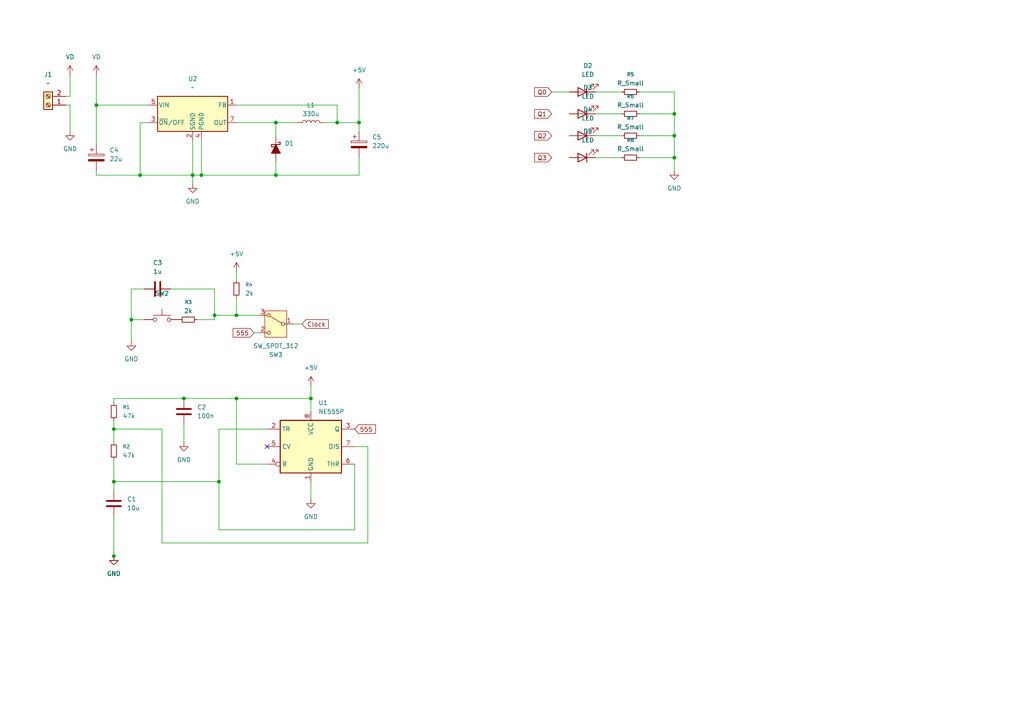
<source format=kicad_sch>
(kicad_sch (version 20250114) (generator "eeschema") (generator_version "9.0")
  (paper "A4")
  (title_block (title "BCD brojač") (date "2025-10-21") (rev "0") (company "TVZ- tehničko veleučilište zagreb") (comment 1 "izradio:Jakov Ožbolt"))
  (lib_symbols
    (symbol "Connector:Screw_Terminal_01x02" (pin_names (offset 1.016) (hide yes))
      (property "Reference" "J" (at 0 2.54 0))
      (property "Value" "Screw_Terminal_01x02" (at 0 -5.08 0))
      (symbol "Screw_Terminal_01x02_1_1"
        (rectangle (start -1.27 1.27) (end 1.27 -3.81) (stroke (width 0.254)) (fill (type background)))
        (polyline (pts (xy -0.5334 0.3302) (xy 0.3302 -0.508)) (stroke (width 0.1524)))
        (polyline (pts (xy -0.5334 -2.2098) (xy 0.3302 -3.048)) (stroke (width 0.1524)))
        (polyline (pts (xy -0.3556 0.508) (xy 0.508 -0.3302)) (stroke (width 0.1524)))
        (polyline (pts (xy -0.3556 -2.032) (xy 0.508 -2.8702)) (stroke (width 0.1524)))
        (circle (center 0 0) (radius 0.635) (stroke (width 0.1524)))
        (circle (center 0 -2.54) (radius 0.635) (stroke (width 0.1524)))
        (pin passive line (at -5.08 0 0) (length 3.81) (name "Pin_1") (number "1"))
        (pin passive line (at -5.08 -2.54 0) (length 3.81) (name "Pin_2") (number "2"))
      )
    )
    (symbol "Device:C" (pin_numbers (hide yes)) (pin_names (offset 0.254))
      (property "Reference" "C" (at 0.635 2.54 0))
      (property "Value" "C" (at 0.635 -2.54 0))
      (symbol "C_0_1"
        (polyline (pts (xy -2.032 0.762) (xy 2.032 0.762)) (stroke (width 0.508)))
        (polyline (pts (xy -2.032 -0.762) (xy 2.032 -0.762)) (stroke (width 0.508)))
      )
      (symbol "C_1_1"
        (pin passive line (at 0 3.81 270) (length 2.794) (name "~") (number "1"))
        (pin passive line (at 0 -3.81 90) (length 2.794) (name "~") (number "2"))
      )
    )
    (symbol "Device:C_Polarized" (pin_numbers (hide yes)) (pin_names (offset 0.254))
      (property "Reference" "C" (at 0.635 2.54 0))
      (property "Value" "C_Polarized" (at 0.635 -2.54 0))
      (symbol "C_Polarized_0_1"
        (rectangle (start -2.286 0.508) (end 2.286 1.016))
        (polyline (pts (xy -1.778 2.286) (xy -0.762 2.286)))
        (polyline (pts (xy -1.27 2.794) (xy -1.27 1.778)))
        (rectangle (start 2.286 -0.508) (end -2.286 -1.016) (fill (type outline)))
      )
      (symbol "C_Polarized_1_1"
        (pin passive line (at 0 3.81 270) (length 2.794) (name "~") (number "1"))
        (pin passive line (at 0 -3.81 90) (length 2.794) (name "~") (number "2"))
      )
    )
    (symbol "Device:D_Schottky_Filled" (pin_numbers (hide yes)) (pin_names (offset 1.016) (hide yes))
      (property "Reference" "D" (at 0 2.54 0))
      (property "Value" "D_Schottky_Filled" (at 0 -2.54 0))
      (symbol "D_Schottky_Filled_0_1"
        (polyline (pts (xy -1.905 0.635) (xy -1.905 1.27) (xy -1.27 1.27) (xy -1.27 -1.27) (xy -0.635 -1.27) (xy -0.635 -0.635)) (stroke (width 0.254)))
        (polyline (pts (xy 1.27 1.27) (xy 1.27 -1.27) (xy -1.27 0) (xy 1.27 1.27)) (stroke (width 0.254)) (fill (type outline)))
        (polyline (pts (xy 1.27 0) (xy -1.27 0)))
      )
      (symbol "D_Schottky_Filled_1_1"
        (pin passive line (at -3.81 0 0) (length 2.54) (name "K") (number "1"))
        (pin passive line (at 3.81 0 180) (length 2.54) (name "A") (number "2"))
      )
    )
    (symbol "Device:L" (pin_numbers (hide yes)) (pin_names (offset 1.016) (hide yes))
      (property "Reference" "L" (at -1.27 0 90))
      (property "Value" "L" (at 1.905 0 90))
      (symbol "L_0_1"
        (arc (start 0 2.54) (mid 0.6323 1.905) (end 0 1.27))
        (arc (start 0 1.27) (mid 0.6323 0.635) (end 0 0))
        (arc (start 0 0) (mid 0.6323 -0.635) (end 0 -1.27))
        (arc (start 0 -1.27) (mid 0.6323 -1.905) (end 0 -2.54))
      )
      (symbol "L_1_1"
        (pin passive line (at 0 3.81 270) (length 1.27) (name "1") (number "1"))
        (pin passive line (at 0 -3.81 90) (length 1.27) (name "2") (number "2"))
      )
    )
    (symbol "Device:LED" (pin_numbers (hide yes)) (pin_names (offset 1.016) (hide yes))
      (property "Reference" "D" (at 0 2.54 0))
      (property "Value" "LED" (at 0 -2.54 0))
      (symbol "LED_0_1"
        (polyline (pts (xy -3.048 -0.762) (xy -4.572 -2.286) (xy -3.81 -2.286) (xy -4.572 -2.286) (xy -4.572 -1.524)))
        (polyline (pts (xy -1.778 -0.762) (xy -3.302 -2.286) (xy -2.54 -2.286) (xy -3.302 -2.286) (xy -3.302 -1.524)))
        (polyline (pts (xy -1.27 0) (xy 1.27 0)))
        (polyline (pts (xy -1.27 -1.27) (xy -1.27 1.27)) (stroke (width 0.254)))
        (polyline (pts (xy 1.27 -1.27) (xy 1.27 1.27) (xy -1.27 0) (xy 1.27 -1.27)) (stroke (width 0.254)))
      )
      (symbol "LED_1_1"
        (pin passive line (at -3.81 0 0) (length 2.54) (name "K") (number "1"))
        (pin passive line (at 3.81 0 180) (length 2.54) (name "A") (number "2"))
      )
    )
    (symbol "Device:R_Small" (pin_numbers (hide yes)) (pin_names (offset 0.254) (hide yes))
      (property "Reference" "R" (at 0 0 90))
      (property "Value" "R_Small" (at 1.778 0 90))
      (symbol "R_Small_0_1"
        (rectangle (start -0.762 1.778) (end 0.762 -1.778) (stroke (width 0.2032)))
      )
      (symbol "R_Small_1_1"
        (pin passive line (at 0 2.54 270) (length 0.762) (name "~") (number "1"))
        (pin passive line (at 0 -2.54 90) (length 0.762) (name "~") (number "2"))
      )
    )
    (symbol "Regulator_Switching:LM2574N-5" (pin_names (offset 0.254))
      (property "Reference" "U" (at -10.16 6.35 0))
      (property "Value" "LM2574N-5" (at 0 6.35 0))
      (symbol "LM2574N-5_0_1"
        (rectangle (start -10.16 5.08) (end 10.16 -5.08) (stroke (width 0.254)) (fill (type background)))
      )
      (symbol "LM2574N-5_1_1"
        (pin power_in line (at -12.7 2.54 0) (length 2.54) (name "VIN") (number "5"))
        (pin input line (at -12.7 -2.54 0) (length 2.54) (name "~{ON}/OFF") (number "3"))
        (pin no_connect line (at -10.16 0 0) (length 2.54) (hide yes) (name "NC") (number "6"))
        (pin power_in line (at 0 -7.62 90) (length 2.54) (name "SGND") (number "2"))
        (pin power_in line (at 2.54 -7.62 90) (length 2.54) (name "PGND") (number "4"))
        (pin no_connect line (at 10.16 0 180) (length 2.54) (hide yes) (name "NC") (number "8"))
        (pin input line (at 12.7 2.54 180) (length 2.54) (name "FB") (number "1"))
        (pin output line (at 12.7 -2.54 180) (length 2.54) (name "OUT") (number "7"))
      )
    )
    (symbol "Switch:SW_MEC_5G" (pin_numbers (hide yes)) (pin_names (offset 1.016) (hide yes))
      (property "Reference" "SW" (at 1.27 2.54 0))
      (property "Value" "SW_MEC_5G" (at 0 -1.524 0))
      (symbol "SW_MEC_5G_0_1"
        (circle (center -2.032 0) (radius 0.508))
        (polyline (pts (xy 0 1.27) (xy 0 3.048)))
        (circle (center 2.032 0) (radius 0.508))
        (polyline (pts (xy 2.54 1.27) (xy -2.54 1.27)))
        (pin passive line (at -5.08 0 0) (length 2.54) (name "A") (number "1"))
        (pin passive line (at 5.08 0 180) (length 2.54) (name "B") (number "3"))
      )
      (symbol "SW_MEC_5G_1_1"
        (pin passive line (at -5.08 0 0) (length 2.54) (hide yes) (name "A") (number "2"))
        (pin passive line (at 5.08 0 180) (length 2.54) (hide yes) (name "B") (number "4"))
      )
    )
    (symbol "Switch:SW_SPDT_312" (pin_names (offset 1) (hide yes))
      (property "Reference" "SW" (at 0 5.08 0))
      (property "Value" "SW_SPDT_312" (at 0 -5.08 0))
      (symbol "SW_SPDT_312_0_1"
        (circle (center -2.032 0) (radius 0.4572))
        (polyline (pts (xy -1.651 0.254) (xy 1.651 2.286)))
        (circle (center 2.032 2.54) (radius 0.4572))
        (circle (center 2.032 -2.54) (radius 0.4572))
      )
      (symbol "SW_SPDT_312_1_1"
        (rectangle (start -3.175 3.81) (end 3.175 -3.81) (fill (type background)))
        (pin passive line (at -5.08 0 0) (length 2.54) (name "B") (number "1"))
        (pin passive line (at 5.08 2.54 180) (length 2.54) (name "A") (number "3"))
        (pin passive line (at 5.08 -2.54 180) (length 2.54) (name "C") (number "2"))
      )
    )
    (symbol "Timer:NE555P"
      (property "Reference" "U" (at -10.16 8.89 0))
      (property "Value" "NE555P" (at 2.54 8.89 0))
      (symbol "NE555P_0_0"
        (pin power_in line (at 0 10.16 270) (length 2.54) (name "VCC") (number "8"))
        (pin power_in line (at 0 -10.16 90) (length 2.54) (name "GND") (number "1"))
      )
      (symbol "NE555P_0_1"
        (rectangle (start -8.89 -7.62) (end 8.89 7.62) (stroke (width 0.254)) (fill (type background)))
        (rectangle (start -8.89 -7.62) (end 8.89 7.62) (stroke (width 0.254)) (fill (type background)))
      )
      (symbol "NE555P_1_1"
        (pin input line (at -12.7 5.08 0) (length 3.81) (name "TR") (number "2"))
        (pin input line (at -12.7 0 0) (length 3.81) (name "CV") (number "5"))
        (pin input inverted (at -12.7 -5.08 0) (length 3.81) (name "R") (number "4"))
        (pin output line (at 12.7 5.08 180) (length 3.81) (name "Q") (number "3"))
        (pin input line (at 12.7 0 180) (length 3.81) (name "DIS") (number "7"))
        (pin input line (at 12.7 -5.08 180) (length 3.81) (name "THR") (number "6"))
      )
    )
    (symbol "power:+5V" (power) (pin_numbers (hide yes)) (pin_names (offset 0) (hide yes))
      (property "Value" "+5V" (at 0 3.556 0))
      (symbol "+5V_0_1"
        (polyline (pts (xy -0.762 1.27) (xy 0 2.54)))
        (polyline (pts (xy 0 2.54) (xy 0.762 1.27)))
        (polyline (pts (xy 0 0) (xy 0 2.54)))
      )
      (symbol "+5V_1_1"
        (pin power_in line (at 0 0 90) (length 0) (name "~") (number "1"))
      )
    )
    (symbol "power:GND" (power) (pin_numbers (hide yes)) (pin_names (offset 0) (hide yes))
      (property "Value" "GND" (at 0 -3.81 0))
      (symbol "GND_0_1"
        (polyline (pts (xy 0 0) (xy 0 -1.27) (xy 1.27 -1.27) (xy 0 -2.54) (xy -1.27 -1.27) (xy 0 -1.27)))
      )
      (symbol "GND_1_1"
        (pin power_in line (at 0 0 270) (length 0) (name "~") (number "1"))
      )
    )
    (symbol "power:VD" (power) (pin_numbers (hide yes)) (pin_names (offset 0) (hide yes))
      (property "Value" "VD" (at 0 3.556 0))
      (symbol "VD_0_1"
        (polyline (pts (xy -0.762 1.27) (xy 0 2.54)))
        (polyline (pts (xy 0 2.54) (xy 0.762 1.27)))
        (polyline (pts (xy 0 0) (xy 0 2.54)))
      )
      (symbol "VD_1_1"
        (pin power_in line (at 0 0 90) (length 0) (name "~") (number "1"))
      )
    )
  )
  (junction (at 40.64 50.8))
  (junction (at 58.42 50.8))
  (junction (at 55.88 50.8))
  (junction (at 195.58 33.02))
  (junction (at 104.14 35.56))
  (junction (at 33.02 124.46))
  (junction (at 33.02 161.29))
  (junction (at 90.17 115.57))
  (junction (at 68.58 91.44))
  (junction (at 63.5 139.7))
  (junction (at 195.58 45.72))
  (junction (at 62.23 91.44))
  (junction (at 33.02 139.7))
  (junction (at 97.79 35.56))
  (junction (at 195.58 39.37))
  (junction (at 27.94 30.48))
  (junction (at 53.34 115.57))
  (junction (at 80.01 50.8))
  (junction (at 80.01 35.56))
  (junction (at 68.58 115.57))
  (junction (at 38.1 92.71))
  (no_connect (at 77.47 129.54))
  (wire (pts (xy 104.14 50.8) (xy 80.01 50.8)))
  (wire (pts (xy 68.58 86.36) (xy 68.58 91.44)))
  (wire (pts (xy 185.42 33.02) (xy 195.58 33.02)))
  (wire (pts (xy 80.01 46.99) (xy 80.01 50.8)))
  (wire (pts (xy 43.18 35.56) (xy 40.64 35.56)))
  (wire (pts (xy 68.58 78.74) (xy 68.58 81.28)))
  (wire (pts (xy 160.02 26.67) (xy 165.1 26.67)))
  (wire (pts (xy 63.5 124.46) (xy 63.5 139.7)))
  (wire (pts (xy 185.42 26.67) (xy 195.58 26.67)))
  (wire (pts (xy 27.94 50.8) (xy 40.64 50.8)))
  (wire (pts (xy 38.1 92.71) (xy 38.1 99.06)))
  (wire (pts (xy 33.02 124.46) (xy 46.99 124.46)))
  (wire (pts (xy 172.72 45.72) (xy 180.34 45.72)))
  (wire (pts (xy 90.17 139.7) (xy 90.17 144.78)))
  (wire (pts (xy 33.02 116.84) (xy 33.02 115.57)))
  (wire (pts (xy 90.17 111.76) (xy 90.17 115.57)))
  (wire (pts (xy 27.94 30.48) (xy 27.94 41.91)))
  (wire (pts (xy 40.64 35.56) (xy 40.64 50.8)))
  (wire (pts (xy 87.63 93.98) (xy 85.09 93.98)))
  (wire (pts (xy 68.58 35.56) (xy 80.01 35.56)))
  (wire (pts (xy 49.53 83.82) (xy 62.23 83.82)))
  (wire (pts (xy 55.88 50.8) (xy 55.88 53.34)))
  (wire (pts (xy 63.5 139.7) (xy 63.5 153.67)))
  (wire (pts (xy 33.02 149.86) (xy 33.02 161.29)))
  (wire (pts (xy 172.72 39.37) (xy 180.34 39.37)))
  (wire (pts (xy 97.79 30.48) (xy 97.79 35.56)))
  (wire (pts (xy 77.47 134.62) (xy 68.58 134.62)))
  (wire (pts (xy 40.64 50.8) (xy 55.88 50.8)))
  (wire (pts (xy 33.02 124.46) (xy 33.02 128.27)))
  (wire (pts (xy 53.34 123.19) (xy 53.34 128.27)))
  (wire (pts (xy 104.14 25.4) (xy 104.14 35.56)))
  (wire (pts (xy 104.14 45.72) (xy 104.14 50.8)))
  (wire (pts (xy 46.99 124.46) (xy 46.99 157.48)))
  (wire (pts (xy 62.23 92.71) (xy 62.23 91.44)))
  (wire (pts (xy 27.94 49.53) (xy 27.94 50.8)))
  (wire (pts (xy 73.66 96.52) (xy 74.93 96.52)))
  (wire (pts (xy 62.23 83.82) (xy 62.23 91.44)))
  (wire (pts (xy 80.01 35.56) (xy 86.36 35.56)))
  (wire (pts (xy 55.88 40.64) (xy 55.88 50.8)))
  (wire (pts (xy 102.87 153.67) (xy 102.87 134.62)))
  (wire (pts (xy 80.01 50.8) (xy 58.42 50.8)))
  (wire (pts (xy 33.02 121.92) (xy 33.02 124.46)))
  (wire (pts (xy 195.58 33.02) (xy 195.58 39.37)))
  (wire (pts (xy 106.68 157.48) (xy 106.68 129.54)))
  (wire (pts (xy 68.58 91.44) (xy 74.93 91.44)))
  (wire (pts (xy 195.58 39.37) (xy 195.58 45.72)))
  (wire (pts (xy 57.15 92.71) (xy 62.23 92.71)))
  (wire (pts (xy 41.91 92.71) (xy 38.1 92.71)))
  (wire (pts (xy 63.5 153.67) (xy 102.87 153.67)))
  (wire (pts (xy 46.99 157.48) (xy 106.68 157.48)))
  (wire (pts (xy 172.72 26.67) (xy 180.34 26.67)))
  (wire (pts (xy 195.58 26.67) (xy 195.58 33.02)))
  (wire (pts (xy 53.34 115.57) (xy 68.58 115.57)))
  (wire (pts (xy 68.58 115.57) (xy 90.17 115.57)))
  (wire (pts (xy 58.42 40.64) (xy 58.42 50.8)))
  (wire (pts (xy 106.68 129.54) (xy 102.87 129.54)))
  (wire (pts (xy 195.58 45.72) (xy 195.58 49.53)))
  (wire (pts (xy 41.91 83.82) (xy 38.1 83.82)))
  (wire (pts (xy 27.94 21.59) (xy 27.94 30.48)))
  (wire (pts (xy 77.47 124.46) (xy 63.5 124.46)))
  (wire (pts (xy 19.05 30.48) (xy 20.32 30.48)))
  (wire (pts (xy 20.32 21.59) (xy 20.32 27.94)))
  (wire (pts (xy 185.42 39.37) (xy 195.58 39.37)))
  (wire (pts (xy 20.32 27.94) (xy 19.05 27.94)))
  (wire (pts (xy 33.02 133.35) (xy 33.02 139.7)))
  (wire (pts (xy 33.02 139.7) (xy 63.5 139.7)))
  (wire (pts (xy 27.94 30.48) (xy 43.18 30.48)))
  (wire (pts (xy 58.42 50.8) (xy 55.88 50.8)))
  (wire (pts (xy 90.17 115.57) (xy 90.17 119.38)))
  (wire (pts (xy 68.58 30.48) (xy 97.79 30.48)))
  (wire (pts (xy 97.79 35.56) (xy 104.14 35.56)))
  (wire (pts (xy 80.01 39.37) (xy 80.01 35.56)))
  (wire (pts (xy 68.58 134.62) (xy 68.58 115.57)))
  (wire (pts (xy 38.1 83.82) (xy 38.1 92.71)))
  (wire (pts (xy 20.32 30.48) (xy 20.32 38.1)))
  (wire (pts (xy 93.98 35.56) (xy 97.79 35.56)))
  (wire (pts (xy 62.23 91.44) (xy 68.58 91.44)))
  (wire (pts (xy 185.42 45.72) (xy 195.58 45.72)))
  (wire (pts (xy 104.14 35.56) (xy 104.14 38.1)))
  (wire (pts (xy 172.72 33.02) (xy 180.34 33.02)))
  (wire (pts (xy 33.02 115.57) (xy 53.34 115.57)))
  (wire (pts (xy 33.02 139.7) (xy 33.02 142.24)))
  (global_label "555" (shape input) (at 102.87 124.46 0) (property "Intersheetrefs" "${INTERSHEET_REFS}" (effects (hide yes))))
  (global_label "Q1" (shape input) (at 160.02 33.02 180) (property "Intersheetrefs" "${INTERSHEET_REFS}" (effects (hide yes))))
  (global_label "555" (shape input) (at 73.66 96.52 180) (property "Intersheetrefs" "${INTERSHEET_REFS}" (effects (hide yes))))
  (global_label "Q0" (shape input) (at 160.02 26.67 180) (property "Intersheetrefs" "${INTERSHEET_REFS}" (effects (hide yes))))
  (global_label "Clock" (shape input) (at 87.63 93.98 0) (property "Intersheetrefs" "${INTERSHEET_REFS}" (effects (hide yes))))
  (global_label "Q3" (shape input) (at 160.02 45.72 180) (property "Intersheetrefs" "${INTERSHEET_REFS}" (effects (hide yes))))
  (global_label "Q2" (shape input) (at 160.02 39.37 180) (property "Intersheetrefs" "${INTERSHEET_REFS}" (effects (hide yes))))
  (symbol (lib_id "Device:R_Small") (at 33.02 119.38 0) (unit 1)
    (property "Reference" "R1" (at 35.56 118.1099 0) (effects (font (size 1.016 1.016)) (justify left)))
    (property "Value" "47k" (at 35.56 120.6499 0) (effects (justify left)))
    (property "Description" "Resistor, small symbol" (effects (hide yes)))
  )
  (symbol (lib_id "power:GND") (at 20.32 38.1 0) (unit 1)
    (property "Reference" "#PWR012" (effects (hide yes)))
    (property "Value" "GND" (at 20.32 43.18 0))
    (property "Description" "Power symbol creates a global label with name \"GND\" , ground" (effects (hide yes)))
  )
  (symbol (lib_id "Device:LED") (at 168.91 26.67 180) (unit 1)
    (property "Reference" "D2" (at 170.4975 19.05 0))
    (property "Value" "LED" (at 170.4975 21.59 0))
    (property "Description" "Light emitting diode" (effects (hide yes)))
    (property "Sim.Pins" "1=K 2=A" (effects (hide yes)))
  )
  (symbol (lib_id "power:GND") (at 38.1 99.06 0) (unit 1)
    (property "Reference" "#PWR06" (effects (hide yes)))
    (property "Value" "GND" (at 38.1 104.14 0))
    (property "Description" "Power symbol creates a global label with name \"GND\" , ground" (effects (hide yes)))
  )
  (symbol (lib_id "power:+5V") (at 68.58 78.74 0) (unit 1)
    (property "Reference" "#PWR07" (effects (hide yes)))
    (property "Value" "+5V" (at 68.58 73.66 0))
    (property "Description" "Power symbol creates a global label with name \"+5V\"" (effects (hide yes)))
  )
  (symbol (lib_id "Device:R_Small") (at 182.88 39.37 90) (unit 1)
    (property "Reference" "R7" (at 182.88 34.29 90) (effects (font (size 1.016 1.016))))
    (property "Value" "R_Small" (at 182.88 36.83 90))
    (property "Description" "Resistor, small symbol" (effects (hide yes)))
  )
  (symbol (lib_id "Device:LED") (at 168.91 45.72 180) (unit 1)
    (property "Reference" "D5" (at 170.4975 38.1 0))
    (property "Value" "LED" (at 170.4975 40.64 0))
    (property "Description" "Light emitting diode" (effects (hide yes)))
    (property "Sim.Pins" "1=K 2=A" (effects (hide yes)))
  )
  (symbol (lib_id "Device:C") (at 33.02 146.05 0) (unit 1)
    (property "Reference" "C1" (at 36.83 144.7799 0) (effects (justify left)))
    (property "Value" "10u" (at 36.83 147.3199 0) (effects (justify left)))
    (property "Description" "Unpolarized capacitor" (effects (hide yes)))
  )
  (symbol (lib_id "Device:L") (at 90.17 35.56 90) (unit 1)
    (property "Reference" "L1" (at 90.17 30.48 90))
    (property "Value" "330u" (at 90.17 33.02 90))
    (property "Description" "Inductor" (effects (hide yes)))
  )
  (symbol (lib_id "power:GND") (at 53.34 128.27 0) (unit 1)
    (property "Reference" "#PWR03" (effects (hide yes)))
    (property "Value" "GND" (at 53.34 133.35 0))
    (property "Description" "Power symbol creates a global label with name \"GND\" , ground" (effects (hide yes)))
  )
  (symbol (lib_id "Device:C_Polarized") (at 27.94 45.72 0) (unit 1)
    (property "Reference" "C4" (at 31.75 43.5609 0) (effects (justify left)))
    (property "Value" "22u" (at 31.75 46.1009 0) (effects (justify left)))
    (property "Description" "Polarized capacitor" (effects (hide yes)))
  )
  (symbol (lib_id "Device:R_Small") (at 68.58 83.82 0) (unit 1)
    (property "Reference" "R4" (at 71.12 82.5499 0) (effects (font (size 1.016 1.016)) (justify left)))
    (property "Value" "2k" (at 71.12 85.0899 0) (effects (justify left)))
    (property "Description" "Resistor, small symbol" (effects (hide yes)))
  )
  (symbol (lib_id "power:+5V") (at 104.14 25.4 0) (unit 1)
    (property "Reference" "#PWR08" (effects (hide yes)))
    (property "Value" "+5V" (at 104.14 20.32 0))
    (property "Description" "Power symbol creates a global label with name \"+5V\"" (effects (hide yes)))
  )
  (symbol (lib_id "Device:LED") (at 168.91 39.37 180) (unit 1)
    (property "Reference" "D4" (at 170.4975 31.75 0))
    (property "Value" "LED" (at 170.4975 34.29 0))
    (property "Description" "Light emitting diode" (effects (hide yes)))
    (property "Sim.Pins" "1=K 2=A" (effects (hide yes)))
  )
  (symbol (lib_id "Device:C") (at 53.34 119.38 0) (unit 1)
    (property "Reference" "C2" (at 57.15 118.1099 0) (effects (justify left)))
    (property "Value" "100n" (at 57.15 120.6499 0) (effects (justify left)))
    (property "Description" "Unpolarized capacitor" (effects (hide yes)))
  )
  (symbol (lib_id "Device:R_Small") (at 182.88 33.02 90) (unit 1)
    (property "Reference" "R6" (at 182.88 27.94 90) (effects (font (size 1.016 1.016))))
    (property "Value" "R_Small" (at 182.88 30.48 90))
    (property "Description" "Resistor, small symbol" (effects (hide yes)))
  )
  (symbol (lib_id "power:GND") (at 195.58 49.53 0) (unit 1)
    (property "Reference" "#PWR013" (effects (hide yes)))
    (property "Value" "GND" (at 195.58 54.61 0))
    (property "Description" "Power symbol creates a global label with name \"GND\" , ground" (effects (hide yes)))
  )
  (symbol (lib_id "Connector:Screw_Terminal_01x02") (at 13.97 30.48 180) (unit 1)
    (property "Reference" "J1" (at 13.97 21.59 0))
    (property "Value" "~" (at 13.97 24.13 0))
    (property "Description" "Generic screw terminal, single row, 01x02, script generated (kicad-library-utils/schlib/autogen/connector/)" (effects (hide yes)))
  )
  (symbol (lib_id "Timer:NE555P") (at 90.17 129.54 0) (unit 1)
    (property "Reference" "U1" (at 92.3133 116.84 0) (effects (justify left)))
    (property "Value" "NE555P" (at 92.3133 119.38 0) (effects (justify left)))
    (property "Footprint" "Package_DIP:DIP-8_W7.62mm" (effects (hide yes)))
    (property "Datasheet" "http://www.ti.com/lit/ds/symlink/ne555.pdf" (effects (hide yes)))
    (property "Description" "Precision Timers, 555 compatible,  PDIP-8" (effects (hide yes)))
  )
  (symbol (lib_id "Device:D_Schottky_Filled") (at 80.01 43.18 270) (unit 1)
    (property "Reference" "D1" (at 82.55 41.5924 90) (effects (justify left)))
    (property "Value" "D_Schottky_Filled" (effects (hide yes)))
    (property "Description" "Schottky diode, filled shape" (effects (hide yes)))
  )
  (symbol (lib_id "Device:R_Small") (at 54.61 92.71 90) (unit 1)
    (property "Reference" "R3" (at 54.61 87.63 90) (effects (font (size 1.016 1.016))))
    (property "Value" "2k" (at 54.61 90.17 90))
    (property "Description" "Resistor, small symbol" (effects (hide yes)))
  )
  (symbol (lib_id "power:GND") (at 33.02 161.29 0) (unit 1)
    (property "Reference" "#PWR01" (effects (hide yes)))
    (property "Value" "GND" (at 33.02 166.37 0))
    (property "Description" "Power symbol creates a global label with name \"GND\" , ground" (effects (hide yes)))
  )
  (symbol (lib_id "power:VD") (at 27.94 21.59 0) (unit 1)
    (property "Reference" "#PWR010" (effects (hide yes)))
    (property "Value" "VD" (at 27.94 16.51 0))
    (property "Description" "Power symbol creates a global label with name \"VD\"" (effects (hide yes)))
  )
  (symbol (lib_id "Switch:SW_SPDT_312") (at 80.01 93.98 0) (mirror y) (unit 1)
    (property "Reference" "SW3" (at 80.01 102.87 0))
    (property "Value" "SW_SPDT_312" (at 80.01 100.33 0))
    (property "Description" "Switch, single pole double throw" (effects (hide yes)))
  )
  (symbol (lib_id "Device:R_Small") (at 33.02 130.81 0) (unit 1)
    (property "Reference" "R2" (at 35.56 129.5399 0) (effects (font (size 1.016 1.016)) (justify left)))
    (property "Value" "47k" (at 35.56 132.0799 0) (effects (justify left)))
    (property "Description" "Resistor, small symbol" (effects (hide yes)))
  )
  (symbol (lib_id "power:GND") (at 33.02 161.29 0) (unit 1)
    (property "Reference" "#PWR04" (effects (hide yes)))
    (property "Value" "GND" (at 33.02 166.37 0))
    (property "Description" "Power symbol creates a global label with name \"GND\" , ground" (effects (hide yes)))
  )
  (symbol (lib_id "power:VD") (at 20.32 21.59 0) (unit 1)
    (property "Reference" "#PWR011" (effects (hide yes)))
    (property "Value" "VD" (at 20.32 16.51 0))
    (property "Description" "Power symbol creates a global label with name \"VD\"" (effects (hide yes)))
  )
  (symbol (lib_id "power:+5V") (at 90.17 111.76 0) (unit 1)
    (property "Reference" "#PWR05" (effects (hide yes)))
    (property "Value" "+5V" (at 90.17 106.68 0))
    (property "Description" "Power symbol creates a global label with name \"+5V\"" (effects (hide yes)))
  )
  (symbol (lib_id "power:GND") (at 90.17 144.78 0) (unit 1)
    (property "Reference" "#PWR02" (effects (hide yes)))
    (property "Value" "GND" (at 90.17 149.86 0))
    (property "Description" "Power symbol creates a global label with name \"GND\" , ground" (effects (hide yes)))
  )
  (symbol (lib_id "Device:LED") (at 168.91 33.02 180) (unit 1)
    (property "Reference" "D3" (at 170.4975 25.4 0))
    (property "Value" "LED" (at 170.4975 27.94 0))
    (property "Description" "Light emitting diode" (effects (hide yes)))
    (property "Sim.Pins" "1=K 2=A" (effects (hide yes)))
  )
  (symbol (lib_id "Switch:SW_MEC_5G") (at 46.99 92.71 0) (unit 1)
    (property "Reference" "SW2" (at 46.99 85.09 0))
    (property "Datasheet" "http://www.apem.com/int/index.php?controller=attachment&id_attachment=488" (effects (hide yes)))
    (property "Description" "MEC 5G single pole normally-open tactile switch" (effects (hide yes)))
  )
  (symbol (lib_id "Regulator_Switching:LM2574N-5") (at 55.88 33.02 0) (unit 1)
    (property "Reference" "U2" (at 55.88 22.86 0))
    (property "Value" "~" (at 55.88 25.4 0))
    (property "Footprint" "Package_DIP:DIP-8_W7.62mm" (effects (hide yes)))
    (property "Datasheet" "http://www.national.com/ds/LM/LM2574.pdf" (effects (hide yes)))
    (property "Description" "5V, 0.5A SIMPLE SWITCHER® Step-Down Voltage Regulator, DIP-8" (effects (hide yes)))
  )
  (symbol (lib_id "Device:C_Polarized") (at 104.14 41.91 0) (unit 1)
    (property "Reference" "C5" (at 107.95 39.7509 0) (effects (justify left)))
    (property "Value" "220u" (at 107.95 42.2909 0) (effects (justify left)))
    (property "Description" "Polarized capacitor" (effects (hide yes)))
  )
  (symbol (lib_id "power:GND") (at 55.88 53.34 0) (unit 1)
    (property "Reference" "#PWR09" (effects (hide yes)))
    (property "Value" "GND" (at 55.88 58.42 0))
    (property "Description" "Power symbol creates a global label with name \"GND\" , ground" (effects (hide yes)))
  )
  (symbol (lib_id "Device:R_Small") (at 182.88 45.72 90) (unit 1)
    (property "Reference" "R8" (at 182.88 40.64 90) (effects (font (size 1.016 1.016))))
    (property "Value" "R_Small" (at 182.88 43.18 90))
    (property "Description" "Resistor, small symbol" (effects (hide yes)))
  )
  (symbol (lib_id "Device:C") (at 45.72 83.82 90) (unit 1)
    (property "Reference" "C3" (at 45.72 76.2 90))
    (property "Value" "1u" (at 45.72 78.74 90))
    (property "Description" "Unpolarized capacitor" (effects (hide yes)))
  )
  (symbol (lib_id "Device:R_Small") (at 182.88 26.67 90) (unit 1)
    (property "Reference" "R5" (at 182.88 21.59 90) (effects (font (size 1.016 1.016))))
    (property "Value" "R_Small" (at 182.88 24.13 90))
    (property "Description" "Resistor, small symbol" (effects (hide yes)))
  )
)
</source>
